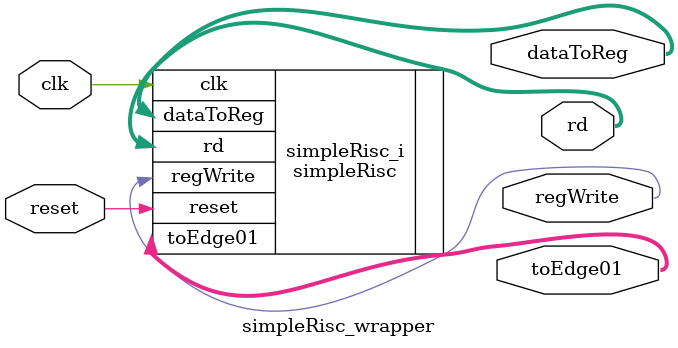
<source format=v>
`timescale 1 ps / 1 ps

module simpleRisc_wrapper
   (clk,
    dataToReg,
    rd,
    regWrite,
    reset,
    toEdge01);
  input clk;
  output [31:0]dataToReg;
  output [4:0]rd;
  output regWrite;
  input reset;
  output [31:0]toEdge01;

  wire clk;
  wire [31:0]dataToReg;
  wire [4:0]rd;
  wire regWrite;
  wire reset;
  wire [31:0]toEdge01;

  simpleRisc simpleRisc_i
       (.clk(clk),
        .dataToReg(dataToReg),
        .rd(rd),
        .regWrite(regWrite),
        .reset(reset),
        .toEdge01(toEdge01));
endmodule

</source>
